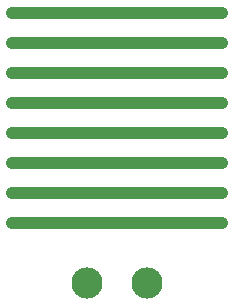
<source format=gts>
%TF.GenerationSoftware,KiCad,Pcbnew,4.0.2-stable*%
%TF.CreationDate,2016-06-07T20:04:53-04:00*%
%TF.ProjectId,WaterSensor,576174657253656E736F722E6B696361,rev?*%
%TF.FileFunction,Soldermask,Top*%
%FSLAX46Y46*%
G04 Gerber Fmt 4.6, Leading zero omitted, Abs format (unit mm)*
G04 Created by KiCad (PCBNEW 4.0.2-stable) date 6/7/2016 8:04:53 PM*
%MOMM*%
G01*
G04 APERTURE LIST*
%ADD10C,0.127000*%
%ADD11C,1.016000*%
%ADD12C,2.640000*%
G04 APERTURE END LIST*
D10*
D11*
X139700000Y-99060000D02*
X157480000Y-99060000D01*
X139700000Y-96520000D02*
X157480000Y-96520000D01*
X157480000Y-93980000D02*
X139700000Y-93980000D01*
X139700000Y-91440000D02*
X157480000Y-91440000D01*
X139700000Y-88900000D02*
X157480000Y-88900000D01*
X157480000Y-86360000D02*
X139700000Y-86360000D01*
X157480000Y-83820000D02*
X139700000Y-83820000D01*
X139700000Y-81280000D02*
X157480000Y-81280000D01*
D12*
X146050000Y-104140000D03*
X151130000Y-104140000D03*
M02*

</source>
